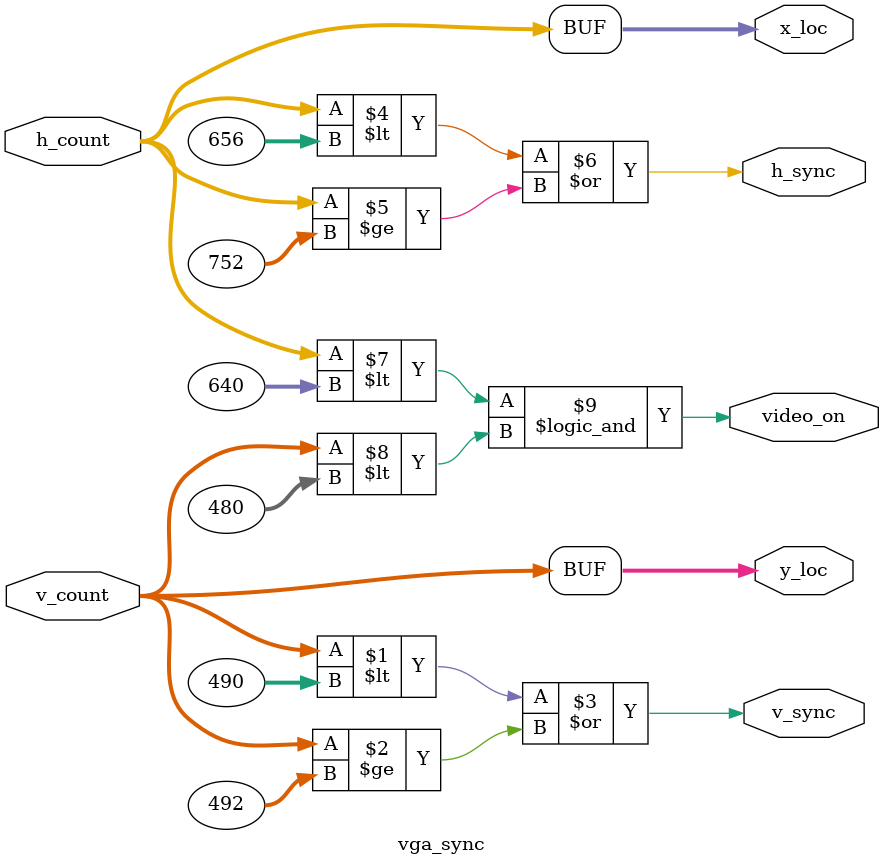
<source format=v>
`timescale 1ns / 1ps 
module vga_sync (
  input [9:0] v_count,
  input [9:0] h_count,
  output h_sync,
  output v_sync,
  output video_on,
  output [9:0] x_loc,
  output [9:0] y_loc
);
  
  localparam HD = 640;
  localparam HF = 16;
  localparam HB = 48;
  localparam HR = 96;
  
  localparam VD = 480;
  localparam VF = 10;
  localparam VB = 33;
  localparam VR = 2;
    assign v_sync = (v_count< VD + VF) | (v_count >=VD+VF+VR);
    assign h_sync = (h_count< HD + HF) | (h_count >= HD+HF+HR);
    assign video_on = (h_count <HD)&&(v_count<VD);
    
  assign x_loc = h_count;
  assign y_loc = v_count;
endmodule
</source>
